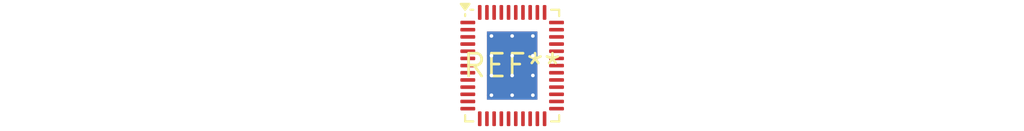
<source format=kicad_pcb>
(kicad_pcb (version 20240108) (generator pcbnew)
  (layers (0 "F.Cu" signal) (31 "B.Cu" signal) (34 "B.Paste" user) (35 "F.Paste" user) (36 "B.SilkS" user "B.Silkscreen") (37 "F.SilkS" user "F.Silkscreen") (38 "B.Mask" user) (39 "F.Mask" user) (44 "Edge.Cuts" user))
  (net 0 "")
  (footprint "VQFN-46-1EP_5x6mm_P0.4mm_EP2.8x3.8mm_ThermalVias" (layer "F.Cu") (at 0 0)
    (property "Reference" "REF**")
    (property "Value" "VQFN-46-1EP_5x6mm_P0.4mm_EP2.8x3.8mm_ThermalVias")
    (fp_line (start -2.61 -2.76) (end -2.61 -2.87) (layer "F.SilkS") (stroke (width 0.12)))
    (fp_line (start -2.61 3.11) (end -2.61 2.76) (layer "F.SilkS") (stroke (width 0.12)))
    (fp_line (start -2.16 -3.11) (end -2.31 -3.11) (layer "F.SilkS") (stroke (width 0.12)))
    (fp_line (start -2.16 3.11) (end -2.61 3.11) (layer "F.SilkS") (stroke (width 0.12)))
    (fp_line (start 2.16 -3.11) (end 2.61 -3.11) (layer "F.SilkS") (stroke (width 0.12)))
    (fp_line (start 2.16 3.11) (end 2.61 3.11) (layer "F.SilkS") (stroke (width 0.12)))
    (fp_line (start 2.61 -3.11) (end 2.61 -2.76) (layer "F.SilkS") (stroke (width 0.12)))
    (fp_line (start 2.61 3.11) (end 2.61 2.76) (layer "F.SilkS") (stroke (width 0.12)))
    (fp_poly (pts (xy -2.61 -3.11) (xy -2.85 -3.44) (xy -2.37 -3.44) (xy -2.61 -3.11)) (layer "F.SilkS") (stroke (width 0.12)) (fill solid))
    (pad "1" smd roundrect (at -2.4625 -2.4) (size 0.825 0.2) (layers "F.Cu" "F.Paste" "F.Mask"))
    (pad "2" smd roundrect (at -2.4625 -2) (size 0.825 0.2) (layers "F.Cu" "F.Paste" "F.Mask"))
    (pad "3" smd roundrect (at -2.4625 -1.6) (size 0.825 0.2) (layers "F.Cu" "F.Paste" "F.Mask"))
    (pad "4" smd roundrect (at -2.4625 -1.2) (size 0.825 0.2) (layers "F.Cu" "F.Paste" "F.Mask"))
    (pad "5" smd roundrect (at -2.4625 -0.8) (size 0.825 0.2) (layers "F.Cu" "F.Paste" "F.Mask"))
    (pad "6" smd roundrect (at -2.4625 -0.4) (size 0.825 0.2) (layers "F.Cu" "F.Paste" "F.Mask"))
    (pad "7" smd roundrect (at -2.4625 0) (size 0.825 0.2) (layers "F.Cu" "F.Paste" "F.Mask"))
    (pad "8" smd roundrect (at -2.4625 0.4) (size 0.825 0.2) (layers "F.Cu" "F.Paste" "F.Mask"))
    (pad "9" smd roundrect (at -2.4625 0.8) (size 0.825 0.2) (layers "F.Cu" "F.Paste" "F.Mask"))
    (pad "10" smd roundrect (at -2.4625 1.2) (size 0.825 0.2) (layers "F.Cu" "F.Paste" "F.Mask"))
    (pad "11" smd roundrect (at -2.4625 1.6) (size 0.825 0.2) (layers "F.Cu" "F.Paste" "F.Mask"))
    (pad "12" smd roundrect (at -2.4625 2) (size 0.825 0.2) (layers "F.Cu" "F.Paste" "F.Mask"))
    (pad "13" smd roundrect (at -2.4625 2.4) (size 0.825 0.2) (layers "F.Cu" "F.Paste" "F.Mask"))
    (pad "14" smd roundrect (at -1.8 2.9625) (size 0.2 0.825) (layers "F.Cu" "F.Paste" "F.Mask"))
    (pad "15" smd roundrect (at -1.4 2.9625) (size 0.2 0.825) (layers "F.Cu" "F.Paste" "F.Mask"))
    (pad "16" smd roundrect (at -1 2.9625) (size 0.2 0.825) (layers "F.Cu" "F.Paste" "F.Mask"))
    (pad "17" smd roundrect (at -0.6 2.9625) (size 0.2 0.825) (layers "F.Cu" "F.Paste" "F.Mask"))
    (pad "18" smd roundrect (at -0.2 2.9625) (size 0.2 0.825) (layers "F.Cu" "F.Paste" "F.Mask"))
    (pad "19" smd roundrect (at 0.2 2.9625) (size 0.2 0.825) (layers "F.Cu" "F.Paste" "F.Mask"))
    (pad "20" smd roundrect (at 0.6 2.9625) (size 0.2 0.825) (layers "F.Cu" "F.Paste" "F.Mask"))
    (pad "21" smd roundrect (at 1 2.9625) (size 0.2 0.825) (layers "F.Cu" "F.Paste" "F.Mask"))
    (pad "22" smd roundrect (at 1.4 2.9625) (size 0.2 0.825) (layers "F.Cu" "F.Paste" "F.Mask"))
    (pad "23" smd roundrect (at 1.8 2.9625) (size 0.2 0.825) (layers "F.Cu" "F.Paste" "F.Mask"))
    (pad "24" smd roundrect (at 2.4625 2.4) (size 0.825 0.2) (layers "F.Cu" "F.Paste" "F.Mask"))
    (pad "25" smd roundrect (at 2.4625 2) (size 0.825 0.2) (layers "F.Cu" "F.Paste" "F.Mask"))
    (pad "26" smd roundrect (at 2.4625 1.6) (size 0.825 0.2) (layers "F.Cu" "F.Paste" "F.Mask"))
    (pad "27" smd roundrect (at 2.4625 1.2) (size 0.825 0.2) (layers "F.Cu" "F.Paste" "F.Mask"))
    (pad "28" smd roundrect (at 2.4625 0.8) (size 0.825 0.2) (layers "F.Cu" "F.Paste" "F.Mask"))
    (pad "29" smd roundrect (at 2.4625 0.4) (size 0.825 0.2) (layers "F.Cu" "F.Paste" "F.Mask"))
    (pad "30" smd roundrect (at 2.4625 0) (size 0.825 0.2) (layers "F.Cu" "F.Paste" "F.Mask"))
    (pad "31" smd roundrect (at 2.4625 -0.4) (size 0.825 0.2) (layers "F.Cu" "F.Paste" "F.Mask"))
    (pad "32" smd roundrect (at 2.4625 -0.8) (size 0.825 0.2) (layers "F.Cu" "F.Paste" "F.Mask"))
    (pad "33" smd roundrect (at 2.4625 -1.2) (size 0.825 0.2) (layers "F.Cu" "F.Paste" "F.Mask"))
    (pad "34" smd roundrect (at 2.4625 -1.6) (size 0.825 0.2) (layers "F.Cu" "F.Paste" "F.Mask"))
    (pad "35" smd roundrect (at 2.4625 -2) (size 0.825 0.2) (layers "F.Cu" "F.Paste" "F.Mask"))
    (pad "36" smd roundrect (at 2.4625 -2.4) (size 0.825 0.2) (layers "F.Cu" "F.Paste" "F.Mask"))
    (pad "37" smd roundrect (at 1.8 -2.9625) (size 0.2 0.825) (layers "F.Cu" "F.Paste" "F.Mask"))
    (pad "38" smd roundrect (at 1.4 -2.9625) (size 0.2 0.825) (layers "F.Cu" "F.Paste" "F.Mask"))
    (pad "39" smd roundrect (at 1 -2.9625) (size 0.2 0.825) (layers "F.Cu" "F.Paste" "F.Mask"))
    (pad "40" smd roundrect (at 0.6 -2.9625) (size 0.2 0.825) (layers "F.Cu" "F.Paste" "F.Mask"))
    (pad "41" smd roundrect (at 0.2 -2.9625) (size 0.2 0.825) (layers "F.Cu" "F.Paste" "F.Mask"))
    (pad "42" smd roundrect (at -0.2 -2.9625) (size 0.2 0.825) (layers "F.Cu" "F.Paste" "F.Mask"))
    (pad "43" smd roundrect (at -0.6 -2.9625) (size 0.2 0.825) (layers "F.Cu" "F.Paste" "F.Mask"))
    (pad "44" smd roundrect (at -1 -2.9625) (size 0.2 0.825) (layers "F.Cu" "F.Paste" "F.Mask"))
    (pad "45" smd roundrect (at -1.4 -2.9625) (size 0.2 0.825) (layers "F.Cu" "F.Paste" "F.Mask"))
    (pad "46" smd roundrect (at -1.8 -2.9625) (size 0.2 0.825) (layers "F.Cu" "F.Paste" "F.Mask"))
    (pad "47" thru_hole circle (at -1.15 -1.65) (size 0.5 0.5) (drill 0.2) (property pad_prop_heatsink) (layers *.Cu) (remove_unused_layers))
    (pad "47" thru_hole circle (at -1.15 -0.55) (size 0.5 0.5) (drill 0.2) (property pad_prop_heatsink) (layers *.Cu) (remove_unused_layers))
    (pad "47" thru_hole circle (at -1.15 0.55) (size 0.5 0.5) (drill 0.2) (property pad_prop_heatsink) (layers *.Cu) (remove_unused_layers))
    (pad "47" thru_hole circle (at -1.15 1.65) (size 0.5 0.5) (drill 0.2) (property pad_prop_heatsink) (layers *.Cu) (remove_unused_layers))
    (pad "47" thru_hole circle (at 0 -1.65) (size 0.5 0.5) (drill 0.2) (property pad_prop_heatsink) (layers *.Cu) (remove_unused_layers))
    (pad "47" thru_hole circle (at 0 -0.55) (size 0.5 0.5) (drill 0.2) (property pad_prop_heatsink) (layers *.Cu) (remove_unused_layers))
    (pad "47" smd rect (at 0 0) (size 2.8 3.8) (property pad_prop_heatsink) (layers "F.Cu" "F.Mask"))
    (pad "47" smd rect (at 0 0) (size 2.8 3.8) (property pad_prop_heatsink) (layers "B.Cu"))
    (pad "47" thru_hole circle (at 0 0.55) (size 0.5 0.5) (drill 0.2) (property pad_prop_heatsink) (layers *.Cu) (remove_unused_layers))
    (pad "47" thru_hole circle (at 0 1.65) (size 0.5 0.5) (drill 0.2) (property pad_prop_heatsink) (layers *.Cu) (remove_unused_layers))
    (pad "47" thru_hole circle (at 1.15 -1.65) (size 0.5 0.5) (drill 0.2) (property pad_prop_heatsink) (layers *.Cu) (remove_unused_layers))
    (pad "47" thru_hole circle (at 1.15 -0.55) (size 0.5 0.5) (drill 0.2) (property pad_prop_heatsink) (layers *.Cu) (remove_unused_layers))
    (pad "47" thru_hole circle (at 1.15 0.55) (size 0.5 0.5) (drill 0.2) (property pad_prop_heatsink) (layers *.Cu) (remove_unused_layers))
    (pad "47" thru_hole circle (at 1.15 1.65) (size 0.5 0.5) (drill 0.2) (property pad_prop_heatsink) (layers *.Cu) (remove_unused_layers))
  )
)
</source>
